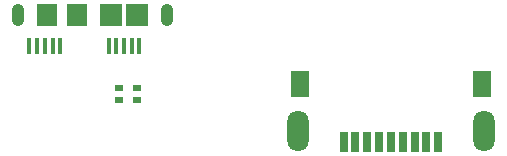
<source format=gtp>
G04 #@! TF.FileFunction,Paste,Top*
%FSLAX46Y46*%
G04 Gerber Fmt 4.6, Leading zero omitted, Abs format (unit mm)*
G04 Created by KiCad (PCBNEW (2015-07-17 BZR 5958)-product) date 8/7/2015 1:38:10 AM*
%MOMM*%
G01*
G04 APERTURE LIST*
%ADD10C,0.150000*%
%ADD11R,0.650000X0.600000*%
%ADD12O,1.800000X3.500000*%
%ADD13R,0.700000X1.800000*%
%ADD14R,1.640000X2.200000*%
%ADD15R,1.800000X1.900000*%
%ADD16R,0.400000X1.350000*%
%ADD17R,1.900000X1.900000*%
%ADD18O,1.050000X1.900000*%
G04 APERTURE END LIST*
D10*
D11*
X112395000Y-32901000D03*
X112395000Y-33901000D03*
X113919000Y-32901000D03*
X113919000Y-33901000D03*
D12*
X127482000Y-36559000D03*
X143282000Y-36559000D03*
D13*
X135382000Y-37459000D03*
X134382000Y-37459000D03*
X133382000Y-37459000D03*
X132382000Y-37459000D03*
X131382000Y-37459000D03*
X136382000Y-37459000D03*
X137382000Y-37459000D03*
X138382000Y-37459000D03*
X139382000Y-37459000D03*
D14*
X127712000Y-32559000D03*
X143052000Y-32559000D03*
D15*
X108781000Y-26723000D03*
D16*
X106081000Y-29398000D03*
X105431000Y-29398000D03*
X104781000Y-29398000D03*
X106731000Y-29398000D03*
X107381000Y-29398000D03*
X112781000Y-29398000D03*
X112131000Y-29398000D03*
X111481000Y-29398000D03*
X113431000Y-29398000D03*
X114081000Y-29398000D03*
D17*
X113856000Y-26723000D03*
X111706000Y-26723000D03*
D18*
X116381000Y-26723000D03*
D15*
X106281000Y-26723000D03*
D18*
X103831000Y-26723000D03*
M02*

</source>
